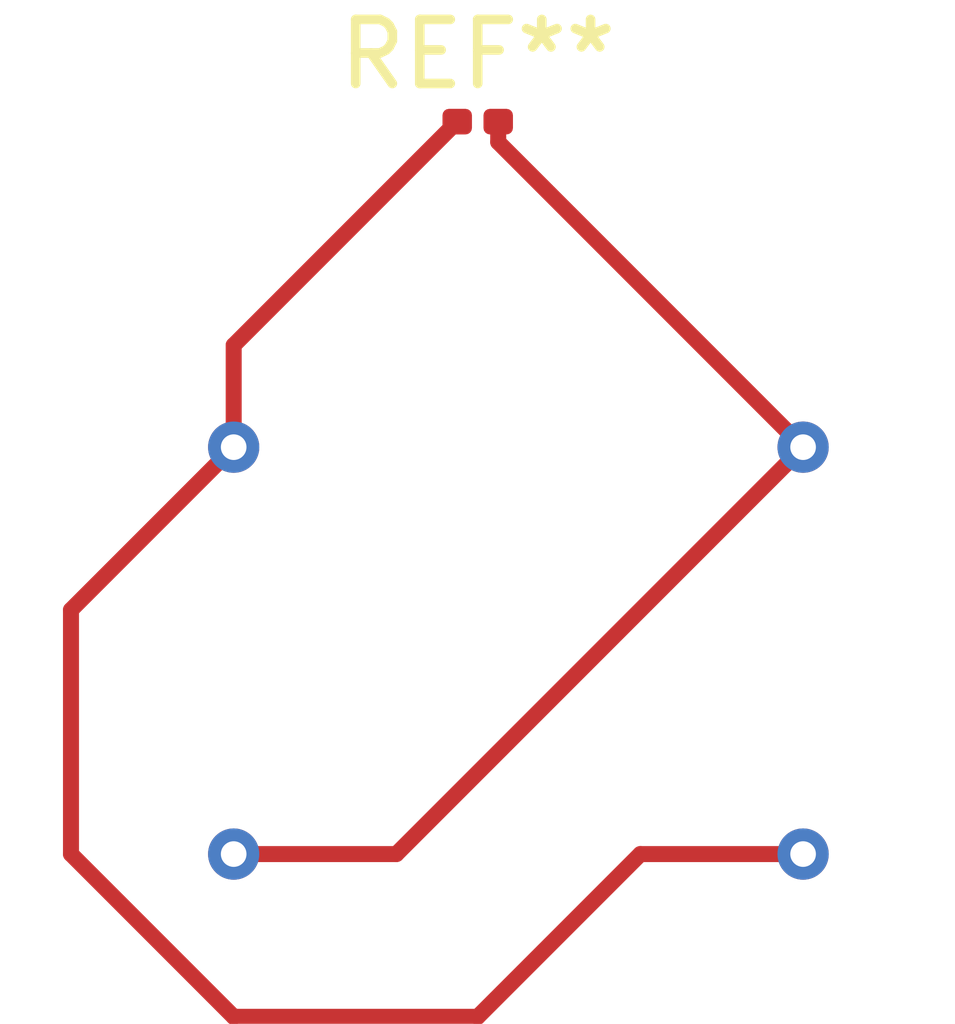
<source format=kicad_pcb>
(kicad_pcb (version 20171130) (host pcbnew 5.1.10-88a1d61d58~90~ubuntu20.04.1)

  (general
    (thickness 1.6)
    (drawings 0)
    (tracks 16)
    (zones 0)
    (modules 1)
    (nets 1)
  )

  (page A4)
  (layers
    (0 F.Cu signal)
    (31 B.Cu signal)
    (32 B.Adhes user)
    (33 F.Adhes user)
    (34 B.Paste user)
    (35 F.Paste user)
    (36 B.SilkS user)
    (37 F.SilkS user)
    (38 B.Mask user)
    (39 F.Mask user)
    (40 Dwgs.User user)
    (41 Cmts.User user)
    (42 Eco1.User user)
    (43 Eco2.User user)
    (44 Edge.Cuts user)
    (45 Margin user)
    (46 B.CrtYd user)
    (47 F.CrtYd user)
    (48 B.Fab user)
    (49 F.Fab user)
  )

  (setup
    (last_trace_width 0.25)
    (trace_clearance 0.2)
    (zone_clearance 0.508)
    (zone_45_only no)
    (trace_min 0.2)
    (via_size 0.8)
    (via_drill 0.4)
    (via_min_size 0.4)
    (via_min_drill 0.3)
    (uvia_size 0.3)
    (uvia_drill 0.1)
    (uvias_allowed no)
    (uvia_min_size 0.2)
    (uvia_min_drill 0.1)
    (edge_width 0.05)
    (segment_width 0.2)
    (pcb_text_width 0.3)
    (pcb_text_size 1.5 1.5)
    (mod_edge_width 0.12)
    (mod_text_size 1 1)
    (mod_text_width 0.15)
    (pad_size 1.524 1.524)
    (pad_drill 0.762)
    (pad_to_mask_clearance 0)
    (aux_axis_origin 0 0)
    (visible_elements FFFFFF7F)
    (pcbplotparams
      (layerselection 0x010fc_ffffffff)
      (usegerberextensions false)
      (usegerberattributes true)
      (usegerberadvancedattributes true)
      (creategerberjobfile true)
      (excludeedgelayer true)
      (linewidth 0.100000)
      (plotframeref false)
      (viasonmask false)
      (mode 1)
      (useauxorigin false)
      (hpglpennumber 1)
      (hpglpenspeed 20)
      (hpglpendiameter 15.000000)
      (psnegative false)
      (psa4output false)
      (plotreference true)
      (plotvalue true)
      (plotinvisibletext false)
      (padsonsilk false)
      (subtractmaskfromsilk false)
      (outputformat 1)
      (mirror false)
      (drillshape 1)
      (scaleselection 1)
      (outputdirectory ""))
  )

  (net 0 "")

  (net_class Default "This is the default net class."
    (clearance 0.2)
    (trace_width 0.25)
    (via_dia 0.8)
    (via_drill 0.4)
    (uvia_dia 0.3)
    (uvia_drill 0.1)
  )

  (module Resistor_SMD:R_0201_0603Metric (layer F.Cu) (tedit 5F68FEEE) (tstamp 611E9A6E)
    (at 97.79 62.23)
    (descr "Resistor SMD 0201 (0603 Metric), square (rectangular) end terminal, IPC_7351 nominal, (Body size source: https://www.vishay.com/docs/20052/crcw0201e3.pdf), generated with kicad-footprint-generator")
    (tags resistor)
    (attr smd)
    (fp_text reference REF** (at 0 -1.05) (layer F.SilkS)
      (effects (font (size 1 1) (thickness 0.15)))
    )
    (fp_text value R_0201_0603Metric (at 0 1.05) (layer F.Fab)
      (effects (font (size 1 1) (thickness 0.15)))
    )
    (fp_text user %R (at 0 -0.68) (layer F.Fab)
      (effects (font (size 0.25 0.25) (thickness 0.04)))
    )
    (fp_line (start -0.3 0.15) (end -0.3 -0.15) (layer F.Fab) (width 0.1))
    (fp_line (start -0.3 -0.15) (end 0.3 -0.15) (layer F.Fab) (width 0.1))
    (fp_line (start 0.3 -0.15) (end 0.3 0.15) (layer F.Fab) (width 0.1))
    (fp_line (start 0.3 0.15) (end -0.3 0.15) (layer F.Fab) (width 0.1))
    (fp_line (start -0.7 0.35) (end -0.7 -0.35) (layer F.CrtYd) (width 0.05))
    (fp_line (start -0.7 -0.35) (end 0.7 -0.35) (layer F.CrtYd) (width 0.05))
    (fp_line (start 0.7 -0.35) (end 0.7 0.35) (layer F.CrtYd) (width 0.05))
    (fp_line (start 0.7 0.35) (end -0.7 0.35) (layer F.CrtYd) (width 0.05))
    (pad 2 smd roundrect (at 0.32 0) (size 0.46 0.4) (layers F.Cu F.Mask) (roundrect_rratio 0.25))
    (pad 1 smd roundrect (at -0.32 0) (size 0.46 0.4) (layers F.Cu F.Mask) (roundrect_rratio 0.25))
    (pad "" smd roundrect (at 0.345 0) (size 0.318 0.36) (layers F.Paste) (roundrect_rratio 0.25))
    (pad "" smd roundrect (at -0.345 0) (size 0.318 0.36) (layers F.Paste) (roundrect_rratio 0.25))
    (model ${KISYS3DMOD}/Resistor_SMD.3dshapes/R_0201_0603Metric.wrl
      (at (xyz 0 0 0))
      (scale (xyz 1 1 1))
      (rotate (xyz 0 0 0))
    )
  )

  (via (at 93.98 67.31) (size 0.8) (drill 0.4) (layers F.Cu B.Cu) (net 0))
  (via (at 102.87 67.31) (size 0.8) (drill 0.4) (layers F.Cu B.Cu) (net 0))
  (via (at 102.87 73.66) (size 0.8) (drill 0.4) (layers F.Cu B.Cu) (net 0))
  (via (at 93.98 73.66) (size 0.8) (drill 0.4) (layers F.Cu B.Cu) (net 0))
  (segment (start 93.98 65.72) (end 97.47 62.23) (width 0.25) (layer F.Cu) (net 0))
  (segment (start 93.98 67.31) (end 93.98 65.72) (width 0.25) (layer F.Cu) (net 0))
  (segment (start 98.11 62.55) (end 102.87 67.31) (width 0.25) (layer F.Cu) (net 0))
  (segment (start 98.11 62.23) (end 98.11 62.55) (width 0.25) (layer F.Cu) (net 0))
  (segment (start 96.52 73.66) (end 102.87 67.31) (width 0.25) (layer F.Cu) (net 0))
  (segment (start 93.98 73.66) (end 96.52 73.66) (width 0.25) (layer F.Cu) (net 0))
  (segment (start 102.87 73.66) (end 100.33 73.66) (width 0.25) (layer F.Cu) (net 0))
  (segment (start 100.33 73.66) (end 97.79 76.2) (width 0.25) (layer F.Cu) (net 0))
  (segment (start 97.79 76.2) (end 93.98 76.2) (width 0.25) (layer F.Cu) (net 0))
  (segment (start 93.98 76.2) (end 91.44 73.66) (width 0.25) (layer F.Cu) (net 0))
  (segment (start 91.44 69.85) (end 93.98 67.31) (width 0.25) (layer F.Cu) (net 0))
  (segment (start 91.44 73.66) (end 91.44 69.85) (width 0.25) (layer F.Cu) (net 0))

)

</source>
